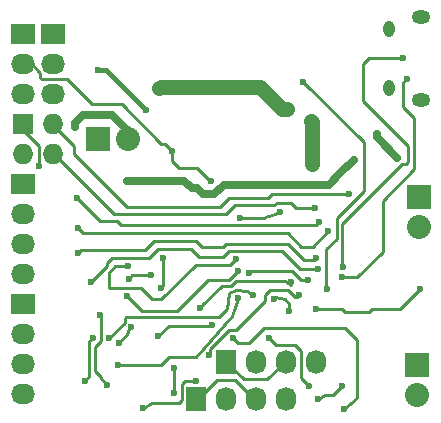
<source format=gbr>
G04 #@! TF.FileFunction,Copper,L2,Bot,Signal*
%FSLAX46Y46*%
G04 Gerber Fmt 4.6, Leading zero omitted, Abs format (unit mm)*
G04 Created by KiCad (PCBNEW 4.0.4-stable) date 04/18/17 12:51:57*
%MOMM*%
%LPD*%
G01*
G04 APERTURE LIST*
%ADD10C,0.100000*%
%ADD11O,0.950000X1.400000*%
%ADD12O,1.550000X1.200000*%
%ADD13R,1.727200X2.032000*%
%ADD14O,1.727200X2.032000*%
%ADD15R,2.032000X1.727200*%
%ADD16O,2.032000X1.727200*%
%ADD17R,1.727200X1.727200*%
%ADD18O,1.727200X1.727200*%
%ADD19R,2.032000X2.032000*%
%ADD20O,2.032000X2.032000*%
%ADD21C,0.600000*%
%ADD22C,0.250000*%
%ADD23C,0.635000*%
%ADD24C,1.270000*%
%ADD25C,0.400000*%
G04 APERTURE END LIST*
D10*
D11*
X102132960Y-106196400D03*
X102132960Y-101196400D03*
D12*
X104832960Y-107196400D03*
X104832960Y-100196400D03*
D13*
X88328500Y-129349500D03*
D14*
X90868500Y-129349500D03*
X93408500Y-129349500D03*
X95948500Y-129349500D03*
D15*
X71120000Y-114300000D03*
D16*
X71120000Y-116840000D03*
X71120000Y-119380000D03*
X71120000Y-121920000D03*
D17*
X71120000Y-109220000D03*
D18*
X73660000Y-109220000D03*
X71120000Y-111760000D03*
X73660000Y-111760000D03*
D13*
X85788500Y-132524500D03*
D14*
X88328500Y-132524500D03*
X90868500Y-132524500D03*
X93408500Y-132524500D03*
D15*
X71120000Y-124460000D03*
D16*
X71120000Y-127000000D03*
X71120000Y-129540000D03*
X71120000Y-132080000D03*
D19*
X77470000Y-110490000D03*
D20*
X80010000Y-110490000D03*
D19*
X104470200Y-129616200D03*
D20*
X104470200Y-132156200D03*
D15*
X71069200Y-101587300D03*
D16*
X71069200Y-104127300D03*
X71069200Y-106667300D03*
D15*
X73660000Y-101600000D03*
D16*
X73660000Y-104140000D03*
X73660000Y-106680000D03*
D19*
X104597200Y-115392200D03*
D20*
X104597200Y-117932200D03*
D21*
X81229200Y-133273800D03*
X85750400Y-130962400D03*
X101041200Y-110083600D03*
X102793800Y-112090200D03*
X93421200Y-108000800D03*
X98145600Y-131419600D03*
X96062800Y-132562600D03*
X95567500Y-112585500D03*
X95504000Y-108966000D03*
X79222600Y-127762000D03*
X80289400Y-126390400D03*
X75514200Y-109474000D03*
X80060800Y-122326400D03*
X81940400Y-122021600D03*
X95199200Y-122428000D03*
X90271600Y-121843800D03*
X82626200Y-106222800D03*
X104724200Y-123215400D03*
X95885000Y-124891800D03*
X99123500Y-112268000D03*
X79946500Y-114046000D03*
X94513400Y-123723400D03*
X86817200Y-128803400D03*
X77470000Y-104648000D03*
X81534000Y-108077000D03*
X72491600Y-112826800D03*
X83693000Y-111506000D03*
X87020400Y-114071400D03*
X92900500Y-116649500D03*
X89471500Y-117157500D03*
X90614500Y-123698000D03*
X78422500Y-127381000D03*
X89344500Y-123952000D03*
X79184500Y-129603500D03*
X89154000Y-120650000D03*
X80010000Y-121285000D03*
X79883000Y-123825000D03*
X89344500Y-121666000D03*
X93662500Y-125031500D03*
X92329000Y-124015500D03*
X98310700Y-133400800D03*
X88849200Y-127355600D03*
X95326200Y-131445000D03*
X91973400Y-127355600D03*
X94818200Y-105714800D03*
X96875600Y-123215400D03*
X98145600Y-122174000D03*
X103581200Y-105410000D03*
X98171000Y-121361200D03*
X103301800Y-103657400D03*
X96075500Y-121539000D03*
X76835000Y-122618500D03*
X95948500Y-120586500D03*
X75755500Y-120142000D03*
X96964500Y-118300500D03*
X75755500Y-118046500D03*
X96139000Y-117538500D03*
X75692000Y-115506500D03*
X98679000Y-115189000D03*
X95821500Y-116332000D03*
X93827600Y-122656600D03*
X86106000Y-124841000D03*
X87122000Y-126238000D03*
X82550000Y-127190500D03*
X83921600Y-132029200D03*
X83921600Y-129895600D03*
X82981800Y-120599200D03*
X82804000Y-123088400D03*
X78206600Y-131318000D03*
X77597000Y-125399800D03*
X76327000Y-131013200D03*
X77012800Y-127355600D03*
D22*
X93408500Y-129349500D02*
X93256100Y-129349500D01*
X93256100Y-129349500D02*
X91744800Y-130860800D01*
X89839800Y-130860800D02*
X88328500Y-129349500D01*
X91744800Y-130860800D02*
X89839800Y-130860800D01*
X85788500Y-132524500D02*
X85915500Y-132524500D01*
X85915500Y-132524500D02*
X87528400Y-130911600D01*
X89052400Y-130911600D02*
X90665300Y-132524500D01*
X87528400Y-130911600D02*
X89052400Y-130911600D01*
X90665300Y-132524500D02*
X90868500Y-132524500D01*
X81229200Y-133273800D02*
X81991200Y-132892800D01*
X81991200Y-132892800D02*
X84277200Y-132892800D01*
X84277200Y-132892800D02*
X84582000Y-132588000D01*
X84582000Y-132588000D02*
X84582000Y-131216400D01*
X84582000Y-131216400D02*
X84836000Y-130962400D01*
X84836000Y-130962400D02*
X85750400Y-130962400D01*
X88328500Y-132524500D02*
X88328500Y-132676900D01*
D23*
X101041200Y-110337600D02*
X101041200Y-110083600D01*
X102793800Y-112090200D02*
X101041200Y-110337600D01*
D24*
X93040200Y-108000800D02*
X93421200Y-108000800D01*
X91135200Y-106095800D02*
X93040200Y-108000800D01*
X82753200Y-106095800D02*
X91135200Y-106095800D01*
D22*
X97383600Y-132181600D02*
X98145600Y-131419600D01*
X96697800Y-132181600D02*
X97383600Y-132181600D01*
X96062800Y-132562600D02*
X96697800Y-132181600D01*
D24*
X95567500Y-112585500D02*
X95567500Y-109029500D01*
X95567500Y-109029500D02*
X95504000Y-108966000D01*
D22*
X80035400Y-126949200D02*
X79222600Y-127762000D01*
X80035400Y-126644400D02*
X80035400Y-126949200D01*
X80289400Y-126390400D02*
X80035400Y-126644400D01*
D23*
X75514200Y-109474000D02*
X75514200Y-109118400D01*
X80010000Y-110490000D02*
X80010000Y-109829600D01*
X80010000Y-109829600D02*
X78638400Y-108458000D01*
X78638400Y-108458000D02*
X76174600Y-108458000D01*
X76174600Y-108458000D02*
X75514200Y-109118400D01*
D22*
X80010000Y-109829600D02*
X78638400Y-108458000D01*
X75514200Y-109118400D02*
X75514200Y-109474000D01*
X76174600Y-108458000D02*
X75514200Y-109118400D01*
X78638400Y-108458000D02*
X76174600Y-108458000D01*
X80060800Y-122326400D02*
X80365600Y-122021600D01*
X80365600Y-122021600D02*
X81940400Y-122021600D01*
D23*
X80010000Y-110490000D02*
X80010000Y-109728000D01*
D22*
X94640400Y-122428000D02*
X95199200Y-122428000D01*
X93878400Y-121666000D02*
X94640400Y-122428000D01*
X90449400Y-121666000D02*
X93878400Y-121666000D01*
X90271600Y-121843800D02*
X90449400Y-121666000D01*
D24*
X82626200Y-106222800D02*
X82753200Y-106095800D01*
D22*
X103022400Y-124917200D02*
X104724200Y-123215400D01*
X100660200Y-124917200D02*
X103022400Y-124917200D01*
X100406200Y-125171200D02*
X100660200Y-124917200D01*
X98374200Y-125171200D02*
X100406200Y-125171200D01*
X98094800Y-124891800D02*
X98374200Y-125171200D01*
X95885000Y-124891800D02*
X98094800Y-124891800D01*
D23*
X97980500Y-113411000D02*
X99123500Y-112268000D01*
X97028000Y-114363500D02*
X97980500Y-113411000D01*
X88138000Y-114363500D02*
X97028000Y-114363500D01*
X87312500Y-115189000D02*
X88138000Y-114363500D01*
X86360000Y-115189000D02*
X87312500Y-115189000D01*
X85852000Y-114681000D02*
X86360000Y-115189000D01*
X85407500Y-114681000D02*
X85852000Y-114681000D01*
X84772500Y-114046000D02*
X85407500Y-114681000D01*
X79946500Y-114046000D02*
X84772500Y-114046000D01*
D22*
X94386400Y-123850400D02*
X94513400Y-123723400D01*
X94157800Y-123850400D02*
X94386400Y-123850400D01*
X93573600Y-123266200D02*
X94157800Y-123850400D01*
X92049600Y-123266200D02*
X93573600Y-123266200D01*
X91617800Y-123698000D02*
X92049600Y-123266200D01*
X91617800Y-124206000D02*
X91617800Y-123698000D01*
X89103200Y-126720600D02*
X91617800Y-124206000D01*
X88519000Y-126720600D02*
X89103200Y-126720600D01*
X86918800Y-128320800D02*
X88519000Y-126720600D01*
X86918800Y-128701800D02*
X86918800Y-128320800D01*
X86817200Y-128803400D02*
X86918800Y-128701800D01*
D25*
X78105000Y-104648000D02*
X77470000Y-104648000D01*
X81534000Y-108077000D02*
X78105000Y-104648000D01*
D22*
X72491600Y-112826800D02*
X72466200Y-112801400D01*
X72466200Y-112801400D02*
X72466200Y-111099600D01*
X72466200Y-111099600D02*
X71120000Y-109753400D01*
X71120000Y-109753400D02*
X71120000Y-109220000D01*
D25*
X71120000Y-109220000D02*
X71120000Y-109474000D01*
D22*
X71069200Y-103428800D02*
X72529700Y-104889300D01*
X72529700Y-104889300D02*
X72529700Y-105270300D01*
X72529700Y-105270300D02*
X72656700Y-105397300D01*
X72656700Y-105397300D02*
X74815700Y-105397300D01*
X74815700Y-105397300D02*
X76974700Y-107556300D01*
X76974700Y-107556300D02*
X79451200Y-107556300D01*
X79451200Y-107556300D02*
X82816700Y-110921800D01*
X82816700Y-110921800D02*
X83108800Y-110921800D01*
X83108800Y-110921800D02*
X83693000Y-111506000D01*
X83693000Y-112344200D02*
X83693000Y-111506000D01*
X84302600Y-112953800D02*
X83693000Y-112344200D01*
X85852000Y-112953800D02*
X84302600Y-112953800D01*
X86766400Y-113868200D02*
X85852000Y-112953800D01*
X86817200Y-113868200D02*
X86766400Y-113868200D01*
X87020400Y-114071400D02*
X86817200Y-113868200D01*
X92202000Y-116967000D02*
X92900500Y-116649500D01*
X91630500Y-117094000D02*
X92202000Y-116967000D01*
X91567000Y-117157500D02*
X91630500Y-117094000D01*
X89471500Y-117157500D02*
X91567000Y-117157500D01*
X90106500Y-123380500D02*
X90614500Y-123698000D01*
X89154000Y-123253500D02*
X90106500Y-123380500D01*
X88519000Y-123571000D02*
X89154000Y-123253500D01*
X88392000Y-124904500D02*
X88519000Y-123571000D01*
X87693500Y-125603000D02*
X88392000Y-124904500D01*
X79819500Y-125603000D02*
X87693500Y-125603000D01*
X79756000Y-125666500D02*
X79819500Y-125603000D01*
X79756000Y-126047500D02*
X79756000Y-125666500D01*
X78422500Y-127381000D02*
X79756000Y-126047500D01*
X89281000Y-124015500D02*
X89344500Y-123952000D01*
X88773000Y-125476000D02*
X89281000Y-124015500D01*
X85725000Y-128968500D02*
X88773000Y-125476000D01*
X83502500Y-128968500D02*
X85725000Y-128968500D01*
X82804000Y-129667000D02*
X83502500Y-128968500D01*
X79248000Y-129667000D02*
X82804000Y-129667000D01*
X79184500Y-129603500D02*
X79248000Y-129667000D01*
X78930500Y-121285000D02*
X80010000Y-121285000D01*
X78359000Y-121856500D02*
X78930500Y-121285000D01*
X78359000Y-123126500D02*
X78359000Y-121856500D01*
X81089500Y-123126500D02*
X78359000Y-123126500D01*
X82042000Y-124079000D02*
X81089500Y-123126500D01*
X82804000Y-124079000D02*
X82042000Y-124079000D01*
X85725000Y-121158000D02*
X82804000Y-124079000D01*
X88646000Y-121158000D02*
X85725000Y-121158000D01*
X89154000Y-120650000D02*
X88646000Y-121158000D01*
X81153000Y-125095000D02*
X79883000Y-123825000D01*
X84137500Y-125095000D02*
X81153000Y-125095000D01*
X86804500Y-122428000D02*
X84137500Y-125095000D01*
X88582500Y-122428000D02*
X86804500Y-122428000D01*
X89344500Y-121666000D02*
X88582500Y-122428000D01*
X93662500Y-124460000D02*
X93662500Y-125031500D01*
X93281500Y-124079000D02*
X93662500Y-124460000D01*
X92456000Y-123888500D02*
X93281500Y-124079000D01*
X92329000Y-124015500D02*
X92456000Y-123888500D01*
X88849200Y-127355600D02*
X89306400Y-127812800D01*
X89306400Y-127812800D02*
X90220800Y-127812800D01*
X90220800Y-127812800D02*
X91516200Y-126517400D01*
X91516200Y-126517400D02*
X98348800Y-126517400D01*
X98348800Y-126517400D02*
X99390200Y-127558800D01*
X99390200Y-127558800D02*
X99390200Y-132410200D01*
X99390200Y-132410200D02*
X98310700Y-133400800D01*
X95326200Y-131445000D02*
X94665800Y-130784600D01*
X94665800Y-130784600D02*
X94665800Y-128473200D01*
X94665800Y-128473200D02*
X94107000Y-127914400D01*
X94107000Y-127914400D02*
X92532200Y-127914400D01*
X92532200Y-127914400D02*
X91973400Y-127355600D01*
X94818200Y-105714800D02*
X99974400Y-110794800D01*
X99974400Y-110794800D02*
X99974400Y-114884200D01*
X99974400Y-114884200D02*
X97663000Y-117195600D01*
X97663000Y-117195600D02*
X97663000Y-118973600D01*
X97663000Y-118973600D02*
X96799400Y-119837200D01*
X96799400Y-119837200D02*
X96799400Y-123139200D01*
X96799400Y-123139200D02*
X96875600Y-123215400D01*
X103301800Y-105689400D02*
X103581200Y-105410000D01*
X103301800Y-107823000D02*
X103301800Y-105689400D01*
X104241600Y-108762800D02*
X103301800Y-107823000D01*
X104241600Y-113055400D02*
X104241600Y-108762800D01*
X101549200Y-115747800D02*
X104241600Y-113055400D01*
X101549200Y-120065800D02*
X101549200Y-115747800D01*
X99415600Y-122199400D02*
X101549200Y-120065800D01*
X98171000Y-122199400D02*
X99415600Y-122199400D01*
X98145600Y-122174000D02*
X98171000Y-122199400D01*
X100431600Y-103657400D02*
X103301800Y-103657400D01*
X99923600Y-104165400D02*
X100431600Y-103657400D01*
X99923600Y-107315000D02*
X99923600Y-104165400D01*
X103708200Y-111099600D02*
X99923600Y-107315000D01*
X103708200Y-112471200D02*
X103708200Y-111099600D01*
X103530400Y-112649000D02*
X103708200Y-112471200D01*
X103225600Y-112649000D02*
X103530400Y-112649000D01*
X98145600Y-117729000D02*
X103225600Y-112649000D01*
X98145600Y-121335800D02*
X98145600Y-117729000D01*
X98171000Y-121361200D02*
X98145600Y-121335800D01*
X94551500Y-121539000D02*
X96075500Y-121539000D01*
X93027500Y-120015000D02*
X94551500Y-121539000D01*
X88519000Y-120015000D02*
X93027500Y-120015000D01*
X88011000Y-120523000D02*
X88519000Y-120015000D01*
X86042500Y-120523000D02*
X88011000Y-120523000D01*
X85344000Y-119824500D02*
X86042500Y-120523000D01*
X82550000Y-119824500D02*
X85344000Y-119824500D01*
X81788000Y-120586500D02*
X82550000Y-119824500D01*
X78613000Y-120586500D02*
X81788000Y-120586500D01*
X78232000Y-120967500D02*
X78613000Y-120586500D01*
X78232000Y-121221500D02*
X78232000Y-120967500D01*
X76835000Y-122618500D02*
X78232000Y-121221500D01*
X95758000Y-120777000D02*
X95948500Y-120586500D01*
X94932500Y-120777000D02*
X95758000Y-120777000D01*
X93535500Y-119380000D02*
X94932500Y-120777000D01*
X88265000Y-119380000D02*
X93535500Y-119380000D01*
X88011000Y-119634000D02*
X88265000Y-119380000D01*
X86296500Y-119634000D02*
X88011000Y-119634000D01*
X85788500Y-119126000D02*
X86296500Y-119634000D01*
X82169000Y-119126000D02*
X85788500Y-119126000D01*
X81407000Y-119888000D02*
X82169000Y-119126000D01*
X76009500Y-119888000D02*
X81407000Y-119888000D01*
X75755500Y-120142000D02*
X76009500Y-119888000D01*
X95631000Y-119634000D02*
X96964500Y-118300500D01*
X94678500Y-119634000D02*
X95631000Y-119634000D01*
X93535500Y-118491000D02*
X94678500Y-119634000D01*
X76200000Y-118491000D02*
X93535500Y-118491000D01*
X75755500Y-118046500D02*
X76200000Y-118491000D01*
X95885000Y-117792500D02*
X96139000Y-117538500D01*
X79375000Y-117792500D02*
X95885000Y-117792500D01*
X79057500Y-117475000D02*
X79375000Y-117792500D01*
X77660500Y-117475000D02*
X79057500Y-117475000D01*
X75692000Y-115506500D02*
X77660500Y-117475000D01*
X73660000Y-109220000D02*
X73660000Y-109283500D01*
X73660000Y-109283500D02*
X75438000Y-111061500D01*
X75438000Y-111061500D02*
X75438000Y-111760000D01*
X75438000Y-111760000D02*
X79946500Y-116268500D01*
X79946500Y-116268500D02*
X87820500Y-116268500D01*
X87820500Y-116268500D02*
X88582500Y-115506500D01*
X88582500Y-115506500D02*
X91884500Y-115506500D01*
X91884500Y-115506500D02*
X92202000Y-115189000D01*
X92202000Y-115189000D02*
X98679000Y-115189000D01*
X73660000Y-111760000D02*
X73723500Y-111760000D01*
X73723500Y-111760000D02*
X78803500Y-116840000D01*
X78803500Y-116840000D02*
X88328500Y-116840000D01*
X88328500Y-116840000D02*
X89090500Y-116078000D01*
X89090500Y-116078000D02*
X92392500Y-116078000D01*
X92392500Y-116078000D02*
X92583000Y-115887500D01*
X92583000Y-115887500D02*
X93789500Y-115887500D01*
X93789500Y-115887500D02*
X94234000Y-116332000D01*
X94234000Y-116332000D02*
X95821500Y-116332000D01*
X93827600Y-122847100D02*
X93827600Y-122656600D01*
X93281500Y-122491500D02*
X93827600Y-122847100D01*
X89155398Y-122491500D02*
X93281500Y-122491500D01*
X88706992Y-122939906D02*
X89155398Y-122491500D01*
X87943594Y-122939906D02*
X88706992Y-122939906D01*
X86296500Y-124587000D02*
X87943594Y-122939906D01*
X86296500Y-124650500D02*
X86296500Y-124587000D01*
X86106000Y-124841000D02*
X86296500Y-124650500D01*
X87058500Y-126301500D02*
X87122000Y-126238000D01*
X83439000Y-126301500D02*
X87058500Y-126301500D01*
X82550000Y-127190500D02*
X83439000Y-126301500D01*
X83921600Y-132029200D02*
X83870800Y-131978400D01*
X83870800Y-131978400D02*
X83921600Y-129895600D01*
X82981800Y-122910600D02*
X82981800Y-120599200D01*
X82804000Y-123088400D02*
X82981800Y-122910600D01*
X78206600Y-131318000D02*
X77673200Y-130784600D01*
X77673200Y-130784600D02*
X77673200Y-130639398D01*
X77673200Y-130639398D02*
X77183402Y-130149600D01*
X77183402Y-130149600D02*
X77183402Y-128099398D01*
X77183402Y-128099398D02*
X77673200Y-127609600D01*
X77673200Y-127609600D02*
X77673200Y-125476000D01*
X77673200Y-125476000D02*
X77597000Y-125399800D01*
X76327000Y-131013200D02*
X76733400Y-130606800D01*
X76733400Y-130606800D02*
X76733400Y-127635000D01*
X76733400Y-127635000D02*
X77012800Y-127355600D01*
M02*

</source>
